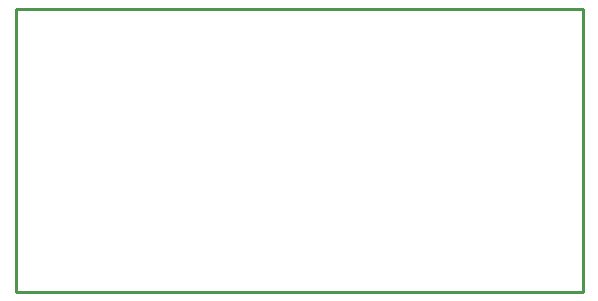
<source format=gm1>
%FSLAX25Y25*%
%MOIN*%
G70*
G01*
G75*
G04 Layer_Color=16711935*
%ADD10R,0.04528X0.05315*%
%ADD11R,0.05315X0.04528*%
%ADD12O,0.05709X0.02362*%
%ADD13R,0.04528X0.05512*%
%ADD14R,0.04921X0.07087*%
%ADD15R,0.05512X0.04528*%
%ADD16C,0.03000*%
%ADD17C,0.01500*%
%ADD18R,0.15748X0.15748*%
%ADD19O,0.07874X0.11811*%
%ADD20O,0.09843X0.05906*%
%ADD21O,0.05906X0.09843*%
%ADD22O,0.11811X0.07874*%
%ADD23C,0.04000*%
%ADD24C,0.00984*%
%ADD25C,0.01969*%
%ADD26C,0.02362*%
%ADD27C,0.01000*%
%ADD28C,0.00394*%
%ADD29C,0.00787*%
%ADD30R,0.05328X0.06115*%
%ADD31R,0.06115X0.05328*%
%ADD32O,0.06509X0.03162*%
%ADD33R,0.05328X0.06312*%
%ADD34R,0.05721X0.07887*%
%ADD35R,0.06312X0.05328*%
%ADD36R,0.16548X0.16548*%
%ADD37O,0.08674X0.12611*%
%ADD38O,0.10642X0.06706*%
%ADD39O,0.06706X0.10642*%
%ADD40O,0.12611X0.08674*%
%ADD41C,0.04800*%
D24*
X0Y0D02*
X188976D01*
X188977Y0D01*
Y94488D01*
X0D02*
X188977D01*
X0Y0D02*
Y94488D01*
M02*

</source>
